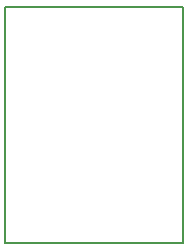
<source format=gbr>
G04 #@! TF.FileFunction,Profile,NP*
%FSLAX46Y46*%
G04 Gerber Fmt 4.6, Leading zero omitted, Abs format (unit mm)*
G04 Created by KiCad (PCBNEW 4.0.7-e2-6376~60~ubuntu17.10.1) date Sat Mar 31 13:22:18 2018*
%MOMM*%
%LPD*%
G01*
G04 APERTURE LIST*
%ADD10C,0.100000*%
%ADD11C,0.150000*%
G04 APERTURE END LIST*
D10*
D11*
X15134820Y20164860D02*
X15134820Y164860D01*
X134820Y20164860D02*
X15134820Y20164860D01*
X134820Y164860D02*
X15134820Y164860D01*
X134820Y20164860D02*
X134820Y164860D01*
M02*

</source>
